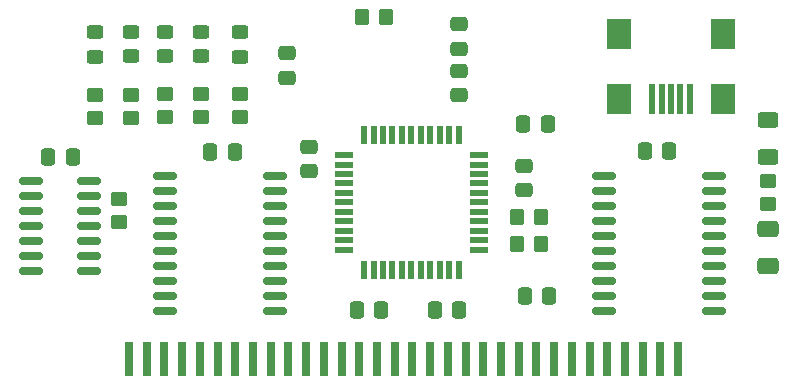
<source format=gbr>
%TF.GenerationSoftware,KiCad,Pcbnew,7.0.10*%
%TF.CreationDate,2024-03-10T15:03:06+01:00*%
%TF.ProjectId,dmg-gbc-cartridge-reader,646d672d-6762-4632-9d63-617274726964,rev?*%
%TF.SameCoordinates,Original*%
%TF.FileFunction,Paste,Top*%
%TF.FilePolarity,Positive*%
%FSLAX46Y46*%
G04 Gerber Fmt 4.6, Leading zero omitted, Abs format (unit mm)*
G04 Created by KiCad (PCBNEW 7.0.10) date 2024-03-10 15:03:06*
%MOMM*%
%LPD*%
G01*
G04 APERTURE LIST*
G04 Aperture macros list*
%AMRoundRect*
0 Rectangle with rounded corners*
0 $1 Rounding radius*
0 $2 $3 $4 $5 $6 $7 $8 $9 X,Y pos of 4 corners*
0 Add a 4 corners polygon primitive as box body*
4,1,4,$2,$3,$4,$5,$6,$7,$8,$9,$2,$3,0*
0 Add four circle primitives for the rounded corners*
1,1,$1+$1,$2,$3*
1,1,$1+$1,$4,$5*
1,1,$1+$1,$6,$7*
1,1,$1+$1,$8,$9*
0 Add four rect primitives between the rounded corners*
20,1,$1+$1,$2,$3,$4,$5,0*
20,1,$1+$1,$4,$5,$6,$7,0*
20,1,$1+$1,$6,$7,$8,$9,0*
20,1,$1+$1,$8,$9,$2,$3,0*%
G04 Aperture macros list end*
%ADD10RoundRect,0.250000X0.475000X-0.337500X0.475000X0.337500X-0.475000X0.337500X-0.475000X-0.337500X0*%
%ADD11RoundRect,0.250000X0.450000X-0.350000X0.450000X0.350000X-0.450000X0.350000X-0.450000X-0.350000X0*%
%ADD12RoundRect,0.250000X0.337500X0.475000X-0.337500X0.475000X-0.337500X-0.475000X0.337500X-0.475000X0*%
%ADD13RoundRect,0.250000X-0.337500X-0.475000X0.337500X-0.475000X0.337500X0.475000X-0.337500X0.475000X0*%
%ADD14RoundRect,0.250000X-0.475000X0.337500X-0.475000X-0.337500X0.475000X-0.337500X0.475000X0.337500X0*%
%ADD15RoundRect,0.250000X-0.350000X-0.450000X0.350000X-0.450000X0.350000X0.450000X-0.350000X0.450000X0*%
%ADD16RoundRect,0.250000X-0.450000X0.350000X-0.450000X-0.350000X0.450000X-0.350000X0.450000X0.350000X0*%
%ADD17RoundRect,0.150000X-0.825000X-0.150000X0.825000X-0.150000X0.825000X0.150000X-0.825000X0.150000X0*%
%ADD18RoundRect,0.250000X-0.650000X0.412500X-0.650000X-0.412500X0.650000X-0.412500X0.650000X0.412500X0*%
%ADD19R,0.750000X3.000000*%
%ADD20RoundRect,0.250000X0.450000X-0.325000X0.450000X0.325000X-0.450000X0.325000X-0.450000X-0.325000X0*%
%ADD21RoundRect,0.250000X0.625000X-0.400000X0.625000X0.400000X-0.625000X0.400000X-0.625000X-0.400000X0*%
%ADD22R,0.500000X2.500000*%
%ADD23R,2.000000X2.500000*%
%ADD24RoundRect,0.150000X-0.875000X-0.150000X0.875000X-0.150000X0.875000X0.150000X-0.875000X0.150000X0*%
%ADD25R,1.500000X0.550000*%
%ADD26R,0.550000X1.500000*%
G04 APERTURE END LIST*
D10*
%TO.C,C4*%
X78867000Y-54996900D03*
X78867000Y-52921900D03*
%TD*%
%TO.C,C3*%
X64262000Y-57452900D03*
X64262000Y-55377900D03*
%TD*%
D11*
%TO.C,R7*%
X53975000Y-60801000D03*
X53975000Y-58801000D03*
%TD*%
%TO.C,R8*%
X57023000Y-60801000D03*
X57023000Y-58801000D03*
%TD*%
%TO.C,R10*%
X48006000Y-60880000D03*
X48006000Y-58880000D03*
%TD*%
D12*
%TO.C,C11*%
X86487000Y-75946000D03*
X84412000Y-75946000D03*
%TD*%
D13*
%TO.C,C1*%
X57785000Y-63754000D03*
X59860000Y-63754000D03*
%TD*%
%TO.C,C10*%
X94572000Y-63627000D03*
X96647000Y-63627000D03*
%TD*%
%TO.C,C5*%
X76752500Y-77089000D03*
X78827500Y-77089000D03*
%TD*%
D14*
%TO.C,C7*%
X66167000Y-63290500D03*
X66167000Y-65365500D03*
%TD*%
D12*
%TO.C,C8*%
X72263000Y-77089000D03*
X70188000Y-77089000D03*
%TD*%
D14*
%TO.C,C9*%
X84328000Y-64897000D03*
X84328000Y-66972000D03*
%TD*%
D15*
%TO.C,R2*%
X70612000Y-52329900D03*
X72612000Y-52329900D03*
%TD*%
%TO.C,R4*%
X83773000Y-69215000D03*
X85773000Y-69215000D03*
%TD*%
%TO.C,R5*%
X83773000Y-71501000D03*
X85773000Y-71501000D03*
%TD*%
D11*
%TO.C,R6*%
X51054000Y-60880000D03*
X51054000Y-58880000D03*
%TD*%
D16*
%TO.C,R3*%
X105029000Y-66167000D03*
X105029000Y-68167000D03*
%TD*%
D13*
%TO.C,C2*%
X44051500Y-64135000D03*
X46126500Y-64135000D03*
%TD*%
D17*
%TO.C,U4*%
X42548000Y-66167000D03*
X42548000Y-67437000D03*
X42548000Y-68707000D03*
X42548000Y-69977000D03*
X42548000Y-71247000D03*
X42548000Y-72517000D03*
X42548000Y-73787000D03*
X47498000Y-73787000D03*
X47498000Y-72517000D03*
X47498000Y-71247000D03*
X47498000Y-69977000D03*
X47498000Y-68707000D03*
X47498000Y-67437000D03*
X47498000Y-66167000D03*
%TD*%
D14*
%TO.C,C6*%
X78867000Y-56853000D03*
X78867000Y-58928000D03*
%TD*%
D18*
%TO.C,C12*%
X105029000Y-70281000D03*
X105029000Y-73406000D03*
%TD*%
D11*
%TO.C,R9*%
X60325000Y-60801000D03*
X60325000Y-58801000D03*
%TD*%
%TO.C,R1*%
X50038000Y-69691000D03*
X50038000Y-67691000D03*
%TD*%
D19*
%TO.C,U1*%
X97384000Y-81276000D03*
X95884000Y-81276000D03*
X94384000Y-81276000D03*
X92884000Y-81276000D03*
X91384000Y-81276000D03*
X89884000Y-81276000D03*
X88384000Y-81276000D03*
X86884000Y-81276000D03*
X85384000Y-81276000D03*
X83884000Y-81276000D03*
X82384000Y-81276000D03*
X80884000Y-81276000D03*
X79384000Y-81276000D03*
X77884000Y-81276000D03*
X76384000Y-81276000D03*
X74884000Y-81276000D03*
X73384000Y-81276000D03*
X71884000Y-81276000D03*
X70384000Y-81276000D03*
X68884000Y-81276000D03*
X67384000Y-81276000D03*
X65884000Y-81276000D03*
X64384000Y-81276000D03*
X62884000Y-81276000D03*
X61384000Y-81276000D03*
X59884000Y-81276000D03*
X58384000Y-81276000D03*
X56884000Y-81276000D03*
X55384000Y-81276000D03*
X53884000Y-81276000D03*
X52384000Y-81276000D03*
X50884000Y-81276000D03*
%TD*%
D20*
%TO.C,D4*%
X60325000Y-55660500D03*
X60325000Y-53610500D03*
%TD*%
%TO.C,D1*%
X51054000Y-55609500D03*
X51054000Y-53559500D03*
%TD*%
%TO.C,D2*%
X53975000Y-55609500D03*
X53975000Y-53559500D03*
%TD*%
%TO.C,D5*%
X48006000Y-55661000D03*
X48006000Y-53611000D03*
%TD*%
%TO.C,D3*%
X57023000Y-55609500D03*
X57023000Y-53559500D03*
%TD*%
D21*
%TO.C,F1*%
X105029000Y-64135000D03*
X105029000Y-61035000D03*
%TD*%
D22*
%TO.C,J1*%
X98374000Y-59222400D03*
X97574000Y-59222400D03*
X96774000Y-59222400D03*
X95974000Y-59222400D03*
X95174000Y-59222400D03*
D23*
X101174000Y-59222400D03*
X92374000Y-59222400D03*
X92374000Y-53722400D03*
X101174000Y-53722400D03*
%TD*%
D24*
%TO.C,U5*%
X91108000Y-65786000D03*
X91108000Y-67056000D03*
X91108000Y-68326000D03*
X91108000Y-69596000D03*
X91108000Y-70866000D03*
X91108000Y-72136000D03*
X91108000Y-73406000D03*
X91108000Y-74676000D03*
X91108000Y-75946000D03*
X91108000Y-77216000D03*
X100408000Y-77216000D03*
X100408000Y-75946000D03*
X100408000Y-74676000D03*
X100408000Y-73406000D03*
X100408000Y-72136000D03*
X100408000Y-70866000D03*
X100408000Y-69596000D03*
X100408000Y-68326000D03*
X100408000Y-67056000D03*
X100408000Y-65786000D03*
%TD*%
%TO.C,U6*%
X53975000Y-65786000D03*
X53975000Y-67056000D03*
X53975000Y-68326000D03*
X53975000Y-69596000D03*
X53975000Y-70866000D03*
X53975000Y-72136000D03*
X53975000Y-73406000D03*
X53975000Y-74676000D03*
X53975000Y-75946000D03*
X53975000Y-77216000D03*
X63275000Y-77216000D03*
X63275000Y-75946000D03*
X63275000Y-74676000D03*
X63275000Y-73406000D03*
X63275000Y-72136000D03*
X63275000Y-70866000D03*
X63275000Y-69596000D03*
X63275000Y-68326000D03*
X63275000Y-67056000D03*
X63275000Y-65786000D03*
%TD*%
D25*
%TO.C,U2*%
X80488000Y-72008000D03*
X80488000Y-71208000D03*
X80488000Y-70408000D03*
X80488000Y-69608000D03*
X80488000Y-68808000D03*
X80488000Y-68008000D03*
X80488000Y-67208000D03*
X80488000Y-66408000D03*
X80488000Y-65608000D03*
X80488000Y-64808000D03*
X80488000Y-64008000D03*
D26*
X78788000Y-62308000D03*
X77988000Y-62308000D03*
X77188000Y-62308000D03*
X76388000Y-62308000D03*
X75588000Y-62308000D03*
X74788000Y-62308000D03*
X73988000Y-62308000D03*
X73188000Y-62308000D03*
X72388000Y-62308000D03*
X71588000Y-62308000D03*
X70788000Y-62308000D03*
D25*
X69088000Y-64008000D03*
X69088000Y-64808000D03*
X69088000Y-65608000D03*
X69088000Y-66408000D03*
X69088000Y-67208000D03*
X69088000Y-68008000D03*
X69088000Y-68808000D03*
X69088000Y-69608000D03*
X69088000Y-70408000D03*
X69088000Y-71208000D03*
X69088000Y-72008000D03*
D26*
X70788000Y-73708000D03*
X71588000Y-73708000D03*
X72388000Y-73708000D03*
X73188000Y-73708000D03*
X73988000Y-73708000D03*
X74788000Y-73708000D03*
X75588000Y-73708000D03*
X76388000Y-73708000D03*
X77188000Y-73708000D03*
X77988000Y-73708000D03*
X78788000Y-73708000D03*
%TD*%
D12*
%TO.C,C13*%
X86360000Y-61341000D03*
X84285000Y-61341000D03*
%TD*%
M02*

</source>
